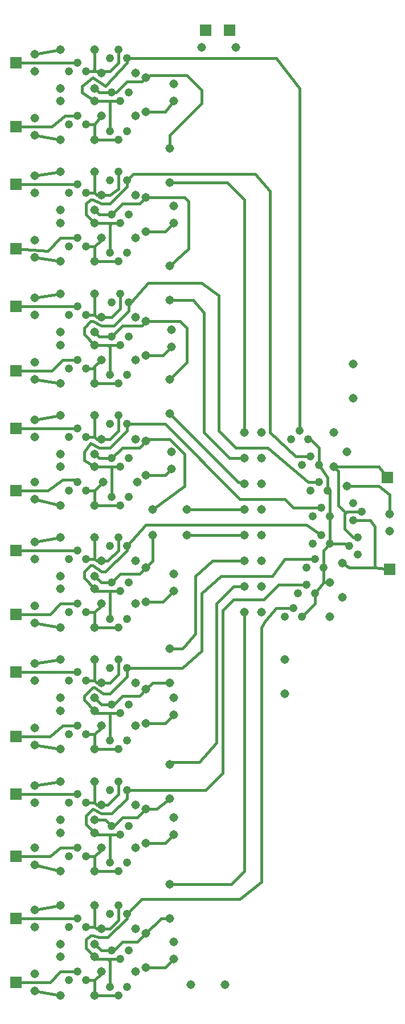
<source format=gbl>
G75*
G70*
%OFA0B0*%
%FSLAX24Y24*%
%IPPOS*%
%LPD*%
%AMOC8*
5,1,8,0,0,1.08239X$1,22.5*
%
%ADD10C,0.0476*%
%ADD11C,0.0515*%
%ADD12R,0.0709X0.0709*%
%ADD13C,0.0160*%
D10*
X004350Y005285D03*
X004850Y005785D03*
X005350Y005285D03*
X006725Y004910D03*
X007225Y004410D03*
X007725Y004910D03*
X007350Y006535D03*
X006850Y007035D03*
X007850Y007035D03*
X007725Y009160D03*
X007225Y009660D03*
X006725Y009160D03*
X007225Y011660D03*
X006725Y012160D03*
X007350Y013785D03*
X006850Y014285D03*
X006725Y016410D03*
X007225Y016910D03*
X007725Y016410D03*
X007850Y014285D03*
X007725Y012160D03*
X005350Y012535D03*
X004850Y013035D03*
X004350Y012535D03*
X004350Y015660D03*
X004850Y016160D03*
X005350Y015660D03*
X006725Y019285D03*
X007225Y018785D03*
X007725Y019285D03*
X007350Y020910D03*
X006850Y021410D03*
X006725Y023535D03*
X007225Y024035D03*
X007725Y023535D03*
X007850Y021410D03*
X007225Y025910D03*
X006725Y026410D03*
X007350Y028035D03*
X006850Y028535D03*
X006725Y030660D03*
X007225Y031160D03*
X007725Y030660D03*
X007850Y028535D03*
X007725Y026410D03*
X005350Y026785D03*
X004850Y027285D03*
X004350Y026785D03*
X004350Y029910D03*
X004850Y030410D03*
X005350Y029910D03*
X006850Y033535D03*
X007350Y033035D03*
X007850Y033535D03*
X007350Y035285D03*
X006850Y035785D03*
X006725Y037785D03*
X007225Y038285D03*
X007725Y037785D03*
X007850Y035785D03*
X007225Y040160D03*
X006725Y040660D03*
X007350Y042410D03*
X006850Y042910D03*
X007725Y040660D03*
X007850Y042910D03*
X007850Y044910D03*
X007350Y045410D03*
X006850Y044910D03*
X007225Y047285D03*
X006725Y047785D03*
X007350Y049535D03*
X006850Y050035D03*
X006725Y052035D03*
X007225Y052535D03*
X007725Y052035D03*
X007850Y050035D03*
X007725Y047785D03*
X005350Y048160D03*
X004850Y048660D03*
X004350Y048160D03*
X004350Y051285D03*
X004850Y051785D03*
X005350Y051285D03*
X006725Y054910D03*
X007225Y054410D03*
X007725Y054910D03*
X007350Y056660D03*
X006850Y057160D03*
X006725Y059160D03*
X007225Y059660D03*
X007725Y059160D03*
X007850Y057160D03*
X005350Y058410D03*
X004850Y058910D03*
X004350Y058410D03*
X004850Y055785D03*
X005350Y055285D03*
X004350Y055285D03*
X004850Y044660D03*
X005350Y044160D03*
X004850Y041535D03*
X005350Y041035D03*
X004350Y041035D03*
X004350Y044160D03*
X004850Y037535D03*
X005350Y037035D03*
X004850Y034410D03*
X005350Y033910D03*
X004350Y033910D03*
X004350Y037035D03*
X004850Y023285D03*
X005350Y022785D03*
X004850Y020160D03*
X005350Y019660D03*
X004350Y019660D03*
X004350Y022785D03*
X004850Y008910D03*
X005350Y008410D03*
X004350Y008410D03*
X016975Y026535D03*
X017475Y027035D03*
X017725Y027910D03*
X018225Y028410D03*
X018225Y029410D03*
X018725Y029910D03*
X019225Y029410D03*
X018725Y027910D03*
X017975Y026535D03*
X018600Y030785D03*
X019100Y031285D03*
X019600Y030785D03*
X019600Y032410D03*
X019100Y032910D03*
X018600Y032410D03*
X018475Y033910D03*
X018975Y034410D03*
X019475Y033910D03*
X018975Y035410D03*
X018475Y035910D03*
X018350Y036910D03*
X017850Y037410D03*
X017350Y036910D03*
X017975Y035410D03*
X020725Y030660D03*
X021225Y030160D03*
X021225Y031160D03*
X020975Y032160D03*
X020975Y033160D03*
X021475Y032660D03*
D11*
X020600Y034160D03*
X019850Y035285D03*
X020600Y036160D03*
X019850Y037285D03*
X020975Y039285D03*
X020975Y041285D03*
X023100Y032535D03*
X023100Y031535D03*
X020350Y029660D03*
X019600Y028535D03*
X020350Y027660D03*
X019600Y026535D03*
X016975Y024035D03*
X016975Y022035D03*
X015600Y026785D03*
X015600Y028285D03*
X015600Y029785D03*
X015600Y031285D03*
X015600Y032785D03*
X015600Y034285D03*
X015600Y035785D03*
X015600Y037285D03*
X014600Y037285D03*
X014600Y035785D03*
X014600Y034285D03*
X014600Y032785D03*
X014600Y031285D03*
X014600Y029785D03*
X014600Y028285D03*
X014600Y026785D03*
X011225Y031285D03*
X011225Y032785D03*
X010350Y035160D03*
X010350Y036160D03*
X010225Y038410D03*
X010225Y040410D03*
X010350Y042285D03*
X010350Y043285D03*
X010225Y045035D03*
X010225Y047035D03*
X010475Y049535D03*
X010475Y050535D03*
X010225Y051910D03*
X010225Y053910D03*
X010475Y056660D03*
X010475Y057660D03*
X012100Y059785D03*
X014100Y059785D03*
X008850Y058035D03*
X008225Y058285D03*
X008850Y056035D03*
X008225Y055785D03*
X006225Y055785D03*
X005850Y056660D03*
X005850Y057410D03*
X006225Y058285D03*
X005850Y059660D03*
X003850Y059660D03*
X003850Y057410D03*
X003850Y056660D03*
X003850Y054410D03*
X003850Y052535D03*
X003850Y050285D03*
X003850Y049535D03*
X003850Y047285D03*
X003850Y045410D03*
X003850Y043160D03*
X003850Y042410D03*
X003850Y040160D03*
X003850Y038285D03*
X003850Y036035D03*
X003850Y035285D03*
X003850Y033035D03*
X003850Y031160D03*
X003850Y028910D03*
X003850Y028160D03*
X003850Y025910D03*
X003850Y024035D03*
X003850Y021785D03*
X003850Y021035D03*
X003850Y018785D03*
X003850Y016910D03*
X003850Y014660D03*
X003850Y013910D03*
X003850Y011660D03*
X003850Y009660D03*
X003850Y007410D03*
X003850Y006660D03*
X003850Y004410D03*
X002350Y004660D03*
X002350Y005660D03*
X002350Y008410D03*
X002350Y009410D03*
X002350Y012035D03*
X002350Y013035D03*
X002350Y015660D03*
X002350Y016660D03*
X002350Y019035D03*
X002350Y020035D03*
X002350Y022785D03*
X002350Y023785D03*
X002350Y026160D03*
X002350Y027160D03*
X002350Y029910D03*
X002350Y030910D03*
X002350Y033410D03*
X002350Y034410D03*
X002350Y037035D03*
X002350Y038035D03*
X002350Y040410D03*
X002350Y041410D03*
X002350Y044160D03*
X002350Y045160D03*
X002350Y047535D03*
X002350Y048535D03*
X002350Y051285D03*
X002350Y052285D03*
X002350Y054660D03*
X002350Y055660D03*
X002350Y058410D03*
X002350Y059410D03*
X005850Y054410D03*
X005850Y052535D03*
X006225Y051160D03*
X005850Y050285D03*
X005850Y049535D03*
X006225Y048660D03*
X005850Y047285D03*
X005850Y045410D03*
X006225Y044035D03*
X005850Y043160D03*
X005850Y042410D03*
X006225Y041535D03*
X005850Y040160D03*
X005850Y038285D03*
X006225Y036910D03*
X005850Y036035D03*
X005850Y035285D03*
X006350Y034410D03*
X005850Y033035D03*
X005850Y031160D03*
X006225Y029785D03*
X005850Y028910D03*
X005850Y028160D03*
X006225Y027285D03*
X005850Y025910D03*
X005850Y024035D03*
X006225Y022660D03*
X005850Y021785D03*
X005850Y021035D03*
X006225Y020160D03*
X005850Y018785D03*
X005850Y016910D03*
X006225Y015535D03*
X005850Y014660D03*
X005850Y013910D03*
X006225Y013035D03*
X005850Y011660D03*
X005850Y009660D03*
X006225Y008285D03*
X005850Y007410D03*
X005850Y006660D03*
X006225Y005785D03*
X005850Y004410D03*
X008225Y005785D03*
X008850Y006035D03*
X008850Y008035D03*
X008225Y008285D03*
X008225Y013035D03*
X008850Y013285D03*
X008850Y015285D03*
X008225Y015535D03*
X008225Y020160D03*
X008850Y020285D03*
X008850Y022285D03*
X008225Y022660D03*
X008225Y027285D03*
X008850Y027410D03*
X008850Y029410D03*
X008225Y029785D03*
X009225Y031285D03*
X009225Y032785D03*
X008850Y034785D03*
X008350Y034410D03*
X008850Y036785D03*
X008225Y036910D03*
X008225Y041535D03*
X008850Y041785D03*
X008850Y043785D03*
X008225Y044035D03*
X008225Y048660D03*
X008850Y049035D03*
X008850Y051035D03*
X008225Y051160D03*
X010475Y029035D03*
X010475Y028035D03*
X010225Y024660D03*
X010225Y022660D03*
X010475Y021785D03*
X010475Y020785D03*
X010225Y017910D03*
X010225Y015910D03*
X010475Y014785D03*
X010475Y013785D03*
X010225Y010910D03*
X010225Y008910D03*
X010475Y007535D03*
X010475Y006535D03*
X011475Y005035D03*
X013475Y005035D03*
D12*
X001225Y005160D03*
X001225Y008910D03*
X001225Y012535D03*
X001225Y016160D03*
X001225Y019535D03*
X001225Y023285D03*
X001225Y026660D03*
X001225Y030410D03*
X001225Y033910D03*
X001225Y037535D03*
X001225Y040910D03*
X001225Y044660D03*
X001225Y048035D03*
X001225Y051785D03*
X001225Y055160D03*
X001225Y058910D03*
X012350Y060785D03*
X013725Y060785D03*
X022975Y034660D03*
X023100Y029285D03*
D13*
X022225Y029410D01*
X022225Y031785D01*
X021975Y032160D01*
X020975Y032160D01*
X020538Y032598D02*
X020100Y033035D01*
X020100Y035035D01*
X019850Y035285D01*
X022475Y035285D01*
X022975Y034660D01*
X022475Y034160D02*
X023100Y033660D01*
X023100Y032535D01*
X022475Y034160D02*
X020600Y034160D01*
X020600Y032660D02*
X020538Y032598D01*
X020475Y032535D01*
X020475Y031660D01*
X020975Y031160D01*
X021225Y031160D01*
X020725Y030660D02*
X020475Y030785D01*
X019600Y030785D01*
X019225Y030410D01*
X019225Y029410D01*
X019225Y028535D01*
X019600Y028535D01*
X019225Y028535D02*
X018725Y027910D01*
X018725Y027285D01*
X017975Y026535D01*
X017475Y027035D02*
X016475Y027035D01*
X015850Y026285D01*
X015600Y025910D01*
X015600Y011035D01*
X014350Y010035D01*
X008600Y010035D01*
X007725Y009160D01*
X007725Y008910D01*
X006600Y007785D01*
X006100Y007785D01*
X005725Y007910D01*
X005600Y007910D01*
X005350Y007660D01*
X005350Y007160D01*
X005850Y006660D01*
X005975Y006535D01*
X006600Y006535D01*
X006725Y006410D01*
X006725Y004910D01*
X007225Y004410D02*
X005850Y004410D01*
X005850Y005285D01*
X006225Y005660D01*
X006225Y005785D01*
X005850Y005285D02*
X005350Y005285D01*
X004850Y005785D02*
X003850Y005785D01*
X003225Y005160D01*
X001225Y005160D01*
X002350Y004660D02*
X003850Y004410D01*
X005350Y008410D02*
X005850Y008410D01*
X005975Y008285D01*
X006225Y008285D01*
X006725Y008285D01*
X007225Y008785D01*
X007225Y009660D01*
X007225Y011660D02*
X005850Y011660D01*
X005850Y012535D01*
X006225Y012910D01*
X006225Y013035D01*
X005850Y012535D02*
X005350Y012535D01*
X004850Y013035D02*
X003850Y013035D01*
X003225Y012535D01*
X001225Y012535D01*
X002350Y012035D02*
X003850Y011660D01*
X003850Y009660D02*
X002350Y009410D01*
X001225Y008910D02*
X004850Y008910D01*
X005850Y008410D02*
X005850Y009660D01*
X006725Y012160D02*
X006725Y013785D01*
X005975Y013785D01*
X005850Y013910D01*
X005350Y014410D01*
X005350Y014910D01*
X005725Y015285D01*
X006225Y015035D01*
X006850Y015035D01*
X007725Y015910D01*
X007725Y016410D01*
X012350Y016410D01*
X013350Y017410D01*
X013350Y026910D01*
X013975Y027535D01*
X015725Y027535D01*
X016600Y028410D01*
X018225Y028410D01*
X018725Y029910D02*
X016975Y029910D01*
X016225Y028910D01*
X013225Y028910D01*
X012100Y027910D01*
X012100Y024535D01*
X010975Y023535D01*
X007725Y023535D01*
X007725Y023035D01*
X006725Y022035D01*
X006350Y022035D01*
X005850Y022410D01*
X005725Y022410D01*
X005225Y021910D01*
X005225Y021660D01*
X005850Y021035D01*
X005975Y020910D01*
X006725Y020910D01*
X006725Y019285D01*
X007225Y018785D02*
X005850Y018785D01*
X005850Y019660D01*
X006225Y020035D01*
X006225Y020160D01*
X005850Y019660D02*
X005350Y019660D01*
X004850Y020160D02*
X003975Y020160D01*
X003225Y019535D01*
X001225Y019535D01*
X002350Y019035D02*
X003850Y018785D01*
X003850Y016910D02*
X002350Y016660D01*
X001225Y016160D02*
X004850Y016160D01*
X005350Y015660D02*
X005850Y015660D01*
X005975Y015535D01*
X006225Y015535D01*
X006600Y015535D01*
X007225Y016160D01*
X007225Y016910D01*
X007475Y014785D02*
X008350Y014785D01*
X008850Y015285D01*
X009475Y015285D01*
X010225Y015910D01*
X010225Y017910D02*
X010225Y018035D01*
X011975Y018035D01*
X012975Y019160D01*
X012975Y027285D01*
X013975Y028285D01*
X014600Y028285D01*
X014600Y029785D02*
X012725Y029785D01*
X011725Y028910D01*
X011725Y025535D01*
X011100Y024785D01*
X010975Y024660D01*
X010225Y024660D01*
X010225Y022660D02*
X009225Y022660D01*
X008850Y022285D01*
X008475Y021910D01*
X007475Y021910D01*
X006975Y021410D01*
X006850Y021410D01*
X006225Y021410D01*
X005850Y021785D01*
X005975Y022660D02*
X005850Y022785D01*
X005350Y022785D01*
X005850Y022785D02*
X005850Y024035D01*
X005975Y022660D02*
X006225Y022660D01*
X006725Y022660D01*
X007225Y023160D01*
X007225Y024035D01*
X007225Y025910D02*
X005850Y025910D01*
X005850Y026785D01*
X006225Y027160D01*
X006225Y027285D01*
X005850Y026785D02*
X005350Y026785D01*
X004850Y027285D02*
X003850Y027285D01*
X003225Y026660D01*
X001225Y026660D01*
X002350Y026160D02*
X003850Y025910D01*
X003850Y024035D02*
X002350Y023785D01*
X001225Y023285D02*
X004850Y023285D01*
X006725Y020910D02*
X007350Y020910D01*
X008850Y020285D02*
X009975Y020285D01*
X010475Y020785D01*
X009850Y027410D02*
X008850Y027410D01*
X008475Y029035D02*
X008850Y029410D01*
X009225Y029785D01*
X009225Y031285D01*
X008850Y031910D02*
X007725Y030660D01*
X007725Y030410D01*
X006475Y029160D01*
X006225Y029160D01*
X005725Y029535D01*
X005600Y029535D01*
X005225Y029160D01*
X005225Y028785D01*
X005850Y028160D01*
X005975Y028035D01*
X006725Y028035D01*
X006725Y026410D01*
X006725Y028035D02*
X007350Y028035D01*
X006850Y028535D02*
X007350Y029035D01*
X008475Y029035D01*
X008850Y031910D02*
X018225Y031910D01*
X019100Y031285D01*
X019600Y030785D02*
X019600Y032410D01*
X019600Y033785D01*
X019475Y033910D01*
X019475Y034660D01*
X018975Y035410D01*
X018975Y036410D01*
X018475Y036910D01*
X018350Y036910D01*
X018475Y035910D02*
X017600Y035910D01*
X016100Y037285D01*
X016100Y051410D01*
X015225Y052410D01*
X008100Y052410D01*
X007725Y052035D01*
X007725Y051660D01*
X006725Y050660D01*
X006225Y050660D01*
X005725Y050910D01*
X005600Y050910D01*
X005350Y050660D01*
X005350Y050035D01*
X005850Y049535D01*
X006850Y049535D01*
X006725Y049410D01*
X006725Y047785D01*
X007225Y047285D02*
X005850Y047285D01*
X005850Y048160D01*
X006225Y048535D01*
X006225Y048660D01*
X005850Y048160D02*
X005350Y048160D01*
X004850Y048660D02*
X003850Y048660D01*
X003100Y047910D01*
X001225Y048035D01*
X002350Y047535D02*
X003850Y047285D01*
X003850Y045410D02*
X002350Y045160D01*
X001225Y044660D02*
X004850Y044660D01*
X005350Y044160D02*
X005850Y044160D01*
X005975Y044035D01*
X006225Y044035D01*
X006850Y044035D01*
X007350Y044535D01*
X007350Y045410D01*
X007850Y044910D02*
X007850Y044410D01*
X006975Y043535D01*
X006225Y043535D01*
X005725Y043785D01*
X005600Y043785D01*
X005225Y043410D01*
X005225Y043035D01*
X005850Y042410D01*
X006600Y042410D01*
X006725Y042285D01*
X006725Y040660D01*
X007225Y040160D02*
X005850Y040160D01*
X005850Y041160D01*
X005725Y041035D01*
X005350Y041035D01*
X005850Y041160D02*
X006225Y041535D01*
X006600Y042410D02*
X007350Y042410D01*
X006850Y042910D02*
X007475Y043535D01*
X008600Y043535D01*
X008850Y043785D01*
X010850Y043785D01*
X011225Y043410D01*
X011225Y041410D01*
X010225Y040410D01*
X009850Y041785D02*
X010350Y042285D01*
X009850Y041785D02*
X008850Y041785D01*
X007975Y044910D02*
X007850Y044910D01*
X007975Y044910D02*
X008975Y046035D01*
X012100Y046035D01*
X013100Y045285D01*
X013100Y037410D01*
X014100Y036410D01*
X015975Y036410D01*
X018350Y034410D01*
X018975Y034410D01*
X019100Y032910D02*
X017475Y032910D01*
X016975Y033410D01*
X014350Y033410D01*
X009975Y037785D01*
X007725Y037785D01*
X007725Y037410D01*
X006725Y036410D01*
X006100Y036410D01*
X005600Y036660D01*
X005225Y036160D01*
X005225Y035660D01*
X005850Y035285D01*
X006850Y035285D01*
X006850Y033535D01*
X007350Y033035D02*
X005850Y033035D01*
X005850Y033910D01*
X005350Y033910D01*
X005850Y033910D02*
X006350Y034410D01*
X006850Y035285D02*
X007350Y035285D01*
X006850Y035785D02*
X007475Y036410D01*
X008475Y036410D01*
X008850Y036785D01*
X008975Y036910D01*
X010225Y036910D01*
X011100Y036035D01*
X011100Y034160D01*
X009225Y032785D01*
X008850Y034785D02*
X009975Y034785D01*
X010350Y035160D01*
X011225Y032785D02*
X014600Y032785D01*
X014600Y034285D02*
X014225Y034410D01*
X010225Y038410D01*
X012225Y037285D02*
X012225Y044285D01*
X011600Y045035D01*
X010225Y045035D01*
X010225Y047035D02*
X011350Y048035D01*
X011350Y050785D01*
X011100Y051035D01*
X008850Y051035D01*
X008475Y050660D01*
X007475Y050660D01*
X006850Y050035D01*
X006100Y050035D01*
X005850Y050285D01*
X005975Y051160D02*
X005850Y051285D01*
X005350Y051285D01*
X005850Y051285D02*
X005850Y052535D01*
X005975Y051160D02*
X006225Y051160D01*
X006725Y051160D01*
X007225Y051535D01*
X007225Y052535D01*
X007225Y054410D02*
X005850Y054410D01*
X005850Y055285D01*
X006225Y055785D01*
X005850Y055285D02*
X005350Y055285D01*
X004850Y055785D02*
X004100Y055785D01*
X003350Y055160D01*
X001225Y055160D01*
X002350Y054660D02*
X003850Y054410D01*
X003850Y052535D02*
X002350Y052285D01*
X001225Y051785D02*
X004850Y051785D01*
X006725Y054910D02*
X006725Y056660D01*
X005850Y056660D01*
X005100Y057160D01*
X005100Y057535D01*
X005725Y058035D01*
X006475Y057535D01*
X007725Y058910D01*
X007725Y059160D01*
X016475Y059160D01*
X017850Y057410D01*
X017850Y037410D01*
X020600Y032660D02*
X021475Y032660D01*
X020350Y029660D02*
X020725Y029410D01*
X022225Y029410D01*
X014600Y031285D02*
X011225Y031285D01*
X010475Y028035D02*
X009850Y027410D01*
X007225Y030410D02*
X006600Y029785D01*
X006225Y029785D01*
X005975Y029785D01*
X005850Y029910D01*
X005350Y029910D01*
X005850Y029910D02*
X005850Y031160D01*
X005850Y028910D02*
X006225Y028535D01*
X006850Y028535D01*
X007225Y030410D02*
X007225Y031160D01*
X006850Y035785D02*
X006100Y035785D01*
X005850Y036035D01*
X005975Y036910D02*
X005850Y037035D01*
X005350Y037035D01*
X005850Y037035D02*
X005850Y038285D01*
X005975Y036910D02*
X006225Y036910D01*
X006725Y036910D01*
X007225Y037410D01*
X007225Y038285D01*
X006850Y042910D02*
X006100Y042910D01*
X005850Y043160D01*
X005850Y044160D02*
X005850Y045410D01*
X004850Y041535D02*
X003975Y041535D01*
X003350Y040910D01*
X001225Y040910D01*
X002350Y040410D02*
X003850Y040160D01*
X003850Y038285D02*
X002350Y038035D01*
X001225Y037535D02*
X004850Y037535D01*
X004725Y034535D02*
X003975Y034535D01*
X003100Y033910D01*
X001225Y033910D01*
X002350Y033410D02*
X003850Y033035D01*
X003850Y031160D02*
X002350Y030910D01*
X001225Y030410D02*
X004850Y030410D01*
X004850Y034410D02*
X004725Y034535D01*
X008850Y049035D02*
X009975Y049035D01*
X010475Y049535D01*
X010225Y051910D02*
X013600Y051910D01*
X014600Y050910D01*
X014600Y037285D01*
X014600Y035785D02*
X013725Y035785D01*
X012225Y037285D01*
X014600Y026785D02*
X014600Y011660D01*
X013850Y010910D01*
X010225Y010910D01*
X009975Y013285D02*
X010475Y013785D01*
X009975Y013285D02*
X008850Y013285D01*
X007350Y013785D02*
X006725Y013785D01*
X006850Y014285D02*
X006475Y014660D01*
X005850Y014660D01*
X005850Y015660D02*
X005850Y016910D01*
X007475Y014785D02*
X006975Y014285D01*
X006850Y014285D01*
X009725Y008910D02*
X008850Y008035D01*
X008350Y007535D01*
X007475Y007535D01*
X006975Y007035D01*
X006850Y007035D01*
X006225Y007035D01*
X005850Y007410D01*
X006600Y006535D02*
X007350Y006535D01*
X008850Y006035D02*
X009975Y006035D01*
X010475Y006535D01*
X010225Y008910D02*
X009725Y008910D01*
X007350Y049535D02*
X006850Y049535D01*
X008850Y056035D02*
X009975Y056035D01*
X010475Y056660D01*
X012100Y056535D02*
X010225Y054660D01*
X010225Y053910D01*
X012100Y057285D02*
X011225Y058160D01*
X009100Y058160D01*
X008850Y058035D01*
X008600Y057785D01*
X007725Y057785D01*
X007100Y057160D01*
X006850Y057160D01*
X006100Y057160D01*
X005850Y057410D01*
X006225Y058285D02*
X006100Y058410D01*
X005725Y058410D01*
X005850Y058535D01*
X005850Y059660D01*
X005725Y058410D02*
X005350Y058410D01*
X004850Y058910D02*
X001225Y058910D01*
X002350Y059410D02*
X003850Y059660D01*
X006225Y058285D02*
X006350Y058410D01*
X006725Y058410D01*
X007225Y058910D01*
X007225Y059660D01*
X007350Y056660D02*
X006725Y056660D01*
X012100Y056535D02*
X012100Y057285D01*
M02*

</source>
